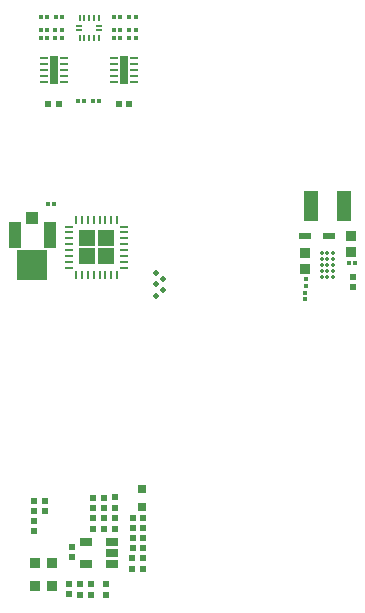
<source format=gbr>
G04 #@! TF.GenerationSoftware,KiCad,Pcbnew,(5.1.4)-1*
G04 #@! TF.CreationDate,2020-08-13T23:55:05-07:00*
G04 #@! TF.ProjectId,Kicad_LFOV_RigidFlex_Assembly,4b696361-645f-44c4-964f-565f52696769,rev?*
G04 #@! TF.SameCoordinates,Original*
G04 #@! TF.FileFunction,Paste,Top*
G04 #@! TF.FilePolarity,Positive*
%FSLAX46Y46*%
G04 Gerber Fmt 4.6, Leading zero omitted, Abs format (unit mm)*
G04 Created by KiCad (PCBNEW (5.1.4)-1) date 2020-08-13 23:55:05*
%MOMM*%
%LPD*%
G04 APERTURE LIST*
%ADD10R,0.680000X0.260000*%
%ADD11R,0.260000X0.680000*%
%ADD12R,1.350000X1.350000*%
%ADD13R,1.060000X0.650000*%
%ADD14C,0.350000*%
%ADD15R,0.630000X0.580000*%
%ADD16R,0.310000X0.340000*%
%ADD17R,1.270000X2.620000*%
%ADD18R,0.870000X0.810000*%
%ADD19R,0.580000X0.630000*%
%ADD20R,1.060000X0.540000*%
%ADD21R,0.710000X0.770000*%
%ADD22R,1.050000X2.200000*%
%ADD23R,1.000000X1.050000*%
%ADD24R,2.500000X2.500000*%
%ADD25R,0.920000X0.890000*%
%ADD26R,0.340000X0.310000*%
%ADD27R,0.560000X0.490000*%
%ADD28R,0.640000X2.390000*%
%ADD29R,0.640000X0.270000*%
%ADD30R,0.220000X0.610000*%
%ADD31R,0.610000X0.220000*%
%ADD32R,0.830000X0.880000*%
%ADD33C,0.508000*%
G04 APERTURE END LIST*
D10*
X110173900Y-91265640D03*
X110173900Y-90765640D03*
X110173900Y-90265640D03*
X110173900Y-89765640D03*
X110173900Y-89265640D03*
X110173900Y-88765640D03*
X110173900Y-88265640D03*
X110173900Y-87765640D03*
D11*
X109588900Y-87180640D03*
X109088900Y-87180640D03*
X108588900Y-87180640D03*
X108088900Y-87180640D03*
X107588900Y-87180640D03*
X107088900Y-87180640D03*
X106588900Y-87180640D03*
X106088900Y-87180640D03*
D10*
X105503900Y-87765640D03*
X105503900Y-88265640D03*
X105503900Y-88765640D03*
X105503900Y-89265640D03*
X105503900Y-89765640D03*
X105503900Y-90265640D03*
X105503900Y-90765640D03*
X105503900Y-91265640D03*
D11*
X106088900Y-91850640D03*
X106588900Y-91850640D03*
X107088900Y-91850640D03*
X107588900Y-91850640D03*
X108088900Y-91850640D03*
X108588900Y-91850640D03*
X109088900Y-91850640D03*
X109588900Y-91850640D03*
D12*
X108613900Y-88740640D03*
X107063900Y-88740640D03*
X108613900Y-90290640D03*
X107063900Y-90290640D03*
D13*
X106931980Y-116368200D03*
X106931980Y-114468200D03*
X109131980Y-114468200D03*
X109131980Y-115418200D03*
X109131980Y-116368200D03*
D14*
X126882700Y-92032980D03*
X126882700Y-91532980D03*
X126882700Y-91032980D03*
X126882700Y-90532980D03*
X126882700Y-90032980D03*
X127382700Y-92032980D03*
X127382700Y-91532980D03*
X127382700Y-91032980D03*
X127382700Y-90532980D03*
X127382700Y-90032980D03*
X127882700Y-92032980D03*
X127882700Y-91532980D03*
X127882700Y-91032980D03*
X127882700Y-90532980D03*
X127882700Y-90032980D03*
D15*
X129544000Y-92926280D03*
X129544000Y-92036280D03*
D16*
X129719000Y-90847560D03*
X129169000Y-90847560D03*
D17*
X126014860Y-86016480D03*
X128754860Y-86016480D03*
D18*
X129394000Y-89907040D03*
X129394000Y-88547040D03*
D16*
X104258180Y-85893600D03*
X103708180Y-85893600D03*
D15*
X111740380Y-115836800D03*
X111740380Y-116726800D03*
X108463780Y-110731400D03*
X108463780Y-111621400D03*
X108463780Y-113348600D03*
X108463780Y-112458600D03*
D16*
X111142220Y-71141400D03*
X110592220Y-71141400D03*
D15*
X107523980Y-111621400D03*
X107523980Y-110731400D03*
X107523980Y-112484000D03*
X107523980Y-113374000D03*
X106406380Y-118936600D03*
X106406380Y-118046600D03*
X110876780Y-114109600D03*
X110876780Y-114999600D03*
D16*
X103646180Y-71830980D03*
X103096180Y-71830980D03*
D15*
X107320780Y-118046600D03*
X107320780Y-118936600D03*
X111740380Y-114999600D03*
X111740380Y-114109600D03*
X110876780Y-113297800D03*
X110876780Y-112407800D03*
X111740380Y-112407800D03*
X111740380Y-113297800D03*
X102520180Y-111875400D03*
X102520180Y-110985400D03*
D19*
X104642780Y-77405980D03*
X103752780Y-77405980D03*
D15*
X103459980Y-110985400D03*
X103459980Y-111875400D03*
D16*
X111142220Y-69994220D03*
X110592220Y-69994220D03*
X110592220Y-71820820D03*
X111142220Y-71820820D03*
D15*
X105745980Y-114897000D03*
X105745980Y-115787000D03*
X108641580Y-118072000D03*
X108641580Y-118962000D03*
D19*
X109727780Y-77380980D03*
X110617780Y-77380980D03*
D16*
X103091100Y-71125960D03*
X103641100Y-71125960D03*
D15*
X109403580Y-112458600D03*
X109403580Y-113348600D03*
X105491980Y-118021200D03*
X105491980Y-118911200D03*
D20*
X127552500Y-88541240D03*
X125492500Y-88541240D03*
D21*
X111714980Y-111474600D03*
X111714980Y-110014600D03*
D22*
X100920680Y-88525040D03*
X103870680Y-88525040D03*
D23*
X102395680Y-87025040D03*
D24*
X102347420Y-91057420D03*
D25*
X125465100Y-91350480D03*
X125465100Y-90020480D03*
D26*
X125530000Y-92227680D03*
X125530000Y-92777680D03*
X125514760Y-93925760D03*
X125514760Y-93375760D03*
D27*
X110851380Y-115826800D03*
X110851380Y-116736800D03*
X109431480Y-111596200D03*
X109431480Y-110686200D03*
X102494780Y-113587200D03*
X102494780Y-112677200D03*
D16*
X104905540Y-71125960D03*
X104355540Y-71125960D03*
X104360620Y-69994220D03*
X104910620Y-69994220D03*
X103646180Y-69994220D03*
X103096180Y-69994220D03*
X109827060Y-69994220D03*
X109277060Y-69994220D03*
X109827060Y-71153900D03*
X109277060Y-71153900D03*
D28*
X104197780Y-74530980D03*
D29*
X103357780Y-75530980D03*
X103357780Y-75030980D03*
X103357780Y-74530980D03*
X103357780Y-74030980D03*
X103357780Y-73530980D03*
X105037780Y-73530980D03*
X105037780Y-74030980D03*
X105037780Y-74530980D03*
X105037780Y-75030980D03*
X105037780Y-75530980D03*
X109332780Y-73505980D03*
X109332780Y-74005980D03*
X109332780Y-74505980D03*
X109332780Y-75005980D03*
X109332780Y-75505980D03*
X111012780Y-75505980D03*
X111012780Y-75005980D03*
X111012780Y-74505980D03*
X111012780Y-74005980D03*
X111012780Y-73505980D03*
D28*
X110172780Y-74505980D03*
D30*
X106397780Y-71800980D03*
X106797780Y-71800980D03*
X107197780Y-71800980D03*
X107597780Y-71800980D03*
X107997780Y-71800980D03*
D31*
X108042780Y-71155980D03*
X108042780Y-70755980D03*
D30*
X107997780Y-70110980D03*
X107597780Y-70110980D03*
X107197780Y-70110980D03*
X106797780Y-70110980D03*
X106397780Y-70110980D03*
D31*
X106352780Y-70755980D03*
X106352780Y-71155980D03*
D32*
X102638380Y-116276600D03*
X102638380Y-118166600D03*
X104078380Y-118166600D03*
X104078380Y-116276600D03*
D16*
X108065640Y-77097580D03*
X107515640Y-77097580D03*
X106780400Y-77102660D03*
X106230400Y-77102660D03*
X109827060Y-71820820D03*
X109277060Y-71820820D03*
X104895720Y-71819460D03*
X104345720Y-71819460D03*
D33*
X112832540Y-91697502D03*
X113442140Y-92180102D03*
X112832540Y-92662701D03*
X113442140Y-93145301D03*
X112832540Y-93627900D03*
M02*

</source>
